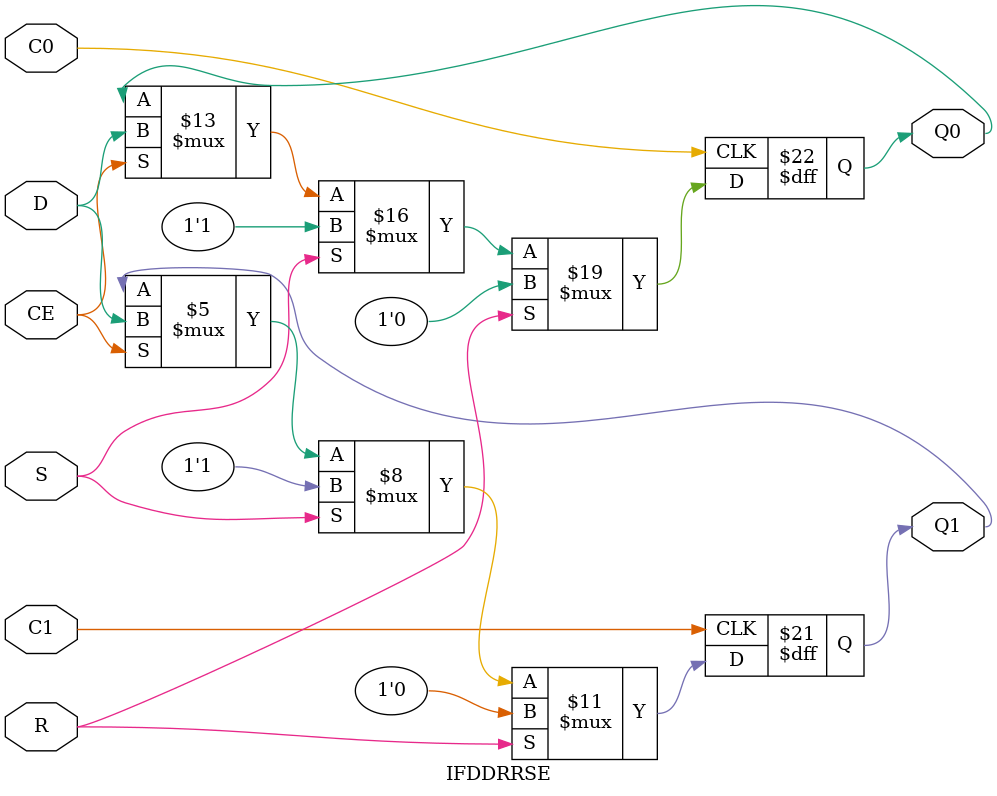
<source format=v>
/***************************************************************************
 *                                                                         *
 *   IFDDRRSE.v - A dual edge triggered input flip-flop which emulates the *
 *     Xilinx primitive of the same name. Data is received on both         *
 *     positive and negative clock edges.                                  *
 *                                                                         *
 *   Copyright (C) 2007 by Patrick Suggate                                 *
 *   patrick@physics.otago.ac.nz                                           *
 *                                                                         *
 *   This program is free software; you can redistribute it and/or modify  *
 *   it under the terms of the GNU General Public License as published by  *
 *   the Free Software Foundation; either version 2 of the License, or     *
 *   (at your option) any later version.                                   *
 *                                                                         *
 *   This program is distributed in the hope that it will be useful,       *
 *   but WITHOUT ANY WARRANTY; without even the implied warranty of        *
 *   MERCHANTABILITY or FITNESS FOR A PARTICULAR PURPOSE.  See the         *
 *   GNU General Public License for more details.                          *
 *                                                                         *
 *   You should have received a copy of the GNU General Public License     *
 *   along with this program; if not, write to the                         *
 *   Free Software Foundation, Inc.,                                       *
 *   59 Temple Place - Suite 330, Boston, MA  02111-1307, USA.             *
 ***************************************************************************/

// TODO: Implement parameterizable delays.
`timescale 1ns/100ps
module IFDDRRSE (
	C0,
	C1,
	CE,
	D,
	R,
	S,
	Q0,
	Q1
);

parameter	INIT	= 2'b00;
parameter	DELAY	= 2.0;

input	C0;	// Clock 0
input	C1;
input	CE;	// Clock enable

input	D;	// Data valid on both edges

input	R;	// Reset
input	S;

output	Q0;	// Posedge data
output	Q1;

reg	Q0	= INIT [0];
reg	Q1	= INIT [1];

always @(posedge C0)
	if (R)		Q0	<= #DELAY 0;
	else if (S)	Q0	<= #DELAY 1;
	else if (CE)	Q0	<= #DELAY D;

always @(posedge C1)
	if (R)		Q1	<= #DELAY 0;
	else if (S)	Q1	<= #DELAY 1;
	else if (CE)	Q1	<= #DELAY D;

endmodule	// OFDDRRSE

</source>
